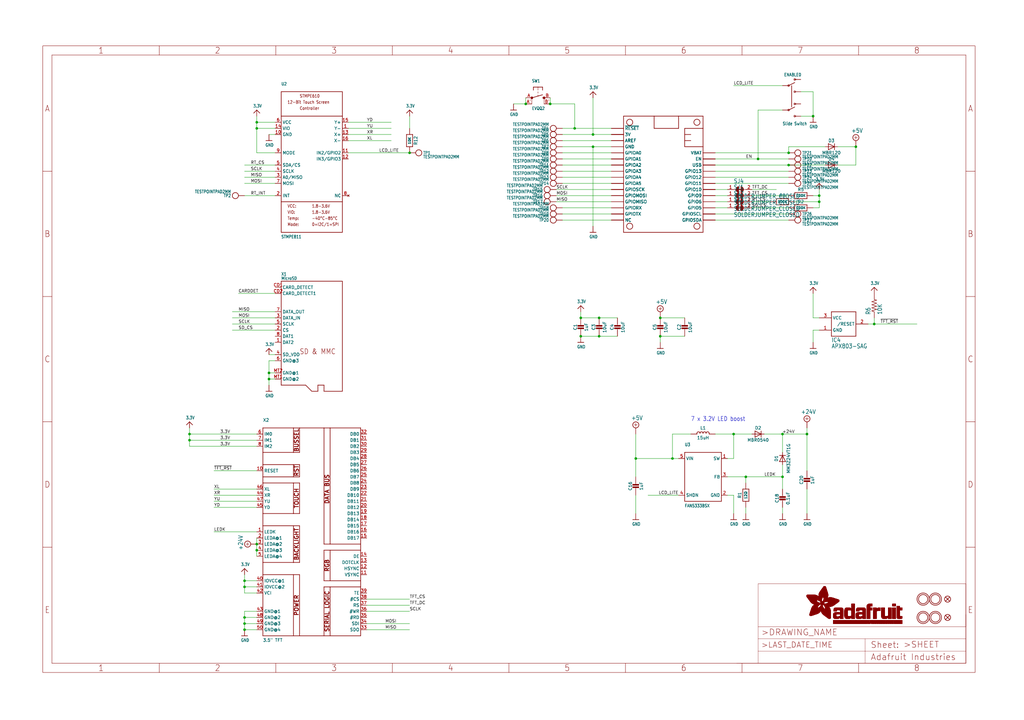
<source format=kicad_sch>
(kicad_sch (version 20211123) (generator eeschema)
  (paper "User" 425.45 299.161)
  (lib_symbols
    (symbol "schematicEagle-eagle-import:+24V" (power)
      (property "Value" "+24V" (at -2.54 3.175 0))
      (symbol "+24V_1_0"
        (pin power_in line (at 0 -2.54 90) (length 2.54) (name "+24V") (number "1"))
      )
    )
    (symbol "schematicEagle-eagle-import:+5V" (power)
      (property "Value" "+5V" (at -1.905 3.175 0))
      (symbol "+5V_1_0"
        (pin power_in line (at 0 -2.54 90) (length 2.54) (name "+5V") (number "1"))
      )
    )
    (symbol "schematicEagle-eagle-import:3.3V" (power)
      (property "Value" "3.3V" (at -1.524 1.016 0))
      (symbol "3.3V_1_0"
        (pin power_in line (at 0 -2.54 90) (length 2.54) (name "3.3V") (number "1"))
      )
    )
    (symbol "schematicEagle-eagle-import:AXP083-SAG"
      (property "Reference" "IC" (at -5.08 -7.62 0))
      (property "Value" "AXP083-SAG" (at -5.08 -10.16 0))
      (symbol "AXP083-SAG_1_0"
        (pin power_in line (at -10.16 -2.54 0) (length 5.08) (name "GND") (number "1"))
        (pin output line (at 10.16 0 180) (length 5.08) (name "/RESET") (number "2"))
        (pin power_in line (at -10.16 2.54 0) (length 5.08) (name "VCC") (number "3"))
      )
    )
    (symbol "schematicEagle-eagle-import:CAP_CERAMIC0805-NOOUTLINE"
      (property "Reference" "C" (at -2.29 1.25 90))
      (property "Value" "CAP_CERAMIC0805-NOOUTLINE" (at 2.3 1.25 90))
      (symbol "CAP_CERAMIC0805-NOOUTLINE_1_0"
        (pin passive line (at 0 5.08 270) (length 2.54) (name "1") (number "1"))
        (pin passive line (at 0 -2.54 90) (length 2.54) (name "2") (number "2"))
      )
    )
    (symbol "schematicEagle-eagle-import:DIODESMA"
      (property "Reference" "D" (at 0 2.54 0))
      (property "Value" "DIODESMA" (at 0 -2.5 0))
      (symbol "DIODESMA_1_0"
        (pin passive line (at -2.54 0 0) (length 2.54) (name "A") (number "A"))
        (pin passive line (at 2.54 0 180) (length 2.54) (name "C") (number "C"))
      )
    )
    (symbol "schematicEagle-eagle-import:DIODESOD-123"
      (property "Reference" "D" (at 0 2.54 0))
      (property "Value" "DIODESOD-123" (at 0 -2.5 0))
      (symbol "DIODESOD-123_1_0"
        (pin passive line (at -2.54 0 0) (length 2.54) (name "A") (number "A"))
        (pin passive line (at 2.54 0 180) (length 2.54) (name "C") (number "C"))
      )
    )
    (symbol "schematicEagle-eagle-import:DISP_LCD_3.5IN_320X480_50PIN"
      (property "Reference" "X" (at -20.32 43.18 0))
      (property "Value" "DISP_LCD_3.5IN_320X480_50PIN" (at -20.32 -48.26 0))
      (symbol "DISP_LCD_3.5IN_320X480_50PIN_1_0"
        (text "BACKLIGHT" (at -6.35 -7.62 900) (effects (font (size 1.6764 1.6764) (thickness 0.3353) bold)))
        (text "BUSSEL" (at -6.35 35.56 900) (effects (font (size 1.6764 1.6764) (thickness 0.3353) bold)))
        (text "DATA BUS" (at 6.35 15.24 900) (effects (font (size 1.6764 1.6764) (thickness 0.3353) bold)))
        (text "POWER" (at -6.35 -33.02 900) (effects (font (size 1.6764 1.6764) (thickness 0.3353) bold)))
        (text "RGB" (at 6.35 -16.51 900) (effects (font (size 1.6764 1.6764) (thickness 0.3353) bold)))
        (text "RST" (at -6.35 22.86 900) (effects (font (size 1.6764 1.6764) (thickness 0.3353) bold)))
        (text "SERIAL LOGIC" (at 6.35 -35.56 900) (effects (font (size 1.6764 1.6764) (thickness 0.3353) bold)))
        (text "TOUCH" (at -6.35 11.43 900) (effects (font (size 1.6764 1.6764) (thickness 0.3353) bold)))
        (pin bidirectional line (at -22.86 -2.54 0) (length 2.54) (name "LEDK") (number "1"))
        (pin bidirectional line (at -22.86 22.86 0) (length 2.54) (name "RESET") (number "10"))
        (pin bidirectional line (at 22.86 -20.32 180) (length 2.54) (name "VSYNC") (number "11"))
        (pin bidirectional line (at 22.86 -17.78 180) (length 2.54) (name "HSYNC") (number "12"))
        (pin bidirectional line (at 22.86 -15.24 180) (length 2.54) (name "DOTCLK") (number "13"))
        (pin bidirectional line (at 22.86 -12.7 180) (length 2.54) (name "DE") (number "14"))
        (pin bidirectional line (at 22.86 -5.08 180) (length 2.54) (name "DB17") (number "15"))
        (pin bidirectional line (at 22.86 -2.54 180) (length 2.54) (name "DB16") (number "16"))
        (pin bidirectional line (at 22.86 0 180) (length 2.54) (name "DB15") (number "17"))
        (pin bidirectional line (at 22.86 2.54 180) (length 2.54) (name "DB14") (number "18"))
        (pin bidirectional line (at 22.86 5.08 180) (length 2.54) (name "DB13") (number "19"))
        (pin bidirectional line (at -22.86 -5.08 0) (length 2.54) (name "LEDA@1") (number "2"))
        (pin bidirectional line (at 22.86 7.62 180) (length 2.54) (name "DB12") (number "20"))
        (pin bidirectional line (at 22.86 10.16 180) (length 2.54) (name "DB11") (number "21"))
        (pin bidirectional line (at 22.86 12.7 180) (length 2.54) (name "DB10") (number "22"))
        (pin bidirectional line (at 22.86 15.24 180) (length 2.54) (name "DB9") (number "23"))
        (pin bidirectional line (at 22.86 17.78 180) (length 2.54) (name "DB8") (number "24"))
        (pin bidirectional line (at 22.86 20.32 180) (length 2.54) (name "DB7") (number "25"))
        (pin bidirectional line (at 22.86 22.86 180) (length 2.54) (name "DB6") (number "26"))
        (pin bidirectional line (at 22.86 25.4 180) (length 2.54) (name "DB5") (number "27"))
        (pin bidirectional line (at 22.86 27.94 180) (length 2.54) (name "DB4") (number "28"))
        (pin bidirectional line (at 22.86 30.48 180) (length 2.54) (name "DB3") (number "29"))
        (pin bidirectional line (at -22.86 -7.62 0) (length 2.54) (name "LEDA@2") (number "3"))
        (pin bidirectional line (at 22.86 33.02 180) (length 2.54) (name "DB2") (number "30"))
        (pin bidirectional line (at 22.86 35.56 180) (length 2.54) (name "DB1") (number "31"))
        (pin bidirectional line (at 22.86 38.1 180) (length 2.54) (name "DB0") (number "32"))
        (pin bidirectional line (at 22.86 -43.18 180) (length 2.54) (name "SDO") (number "33"))
        (pin bidirectional line (at 22.86 -40.64 180) (length 2.54) (name "SDI") (number "34"))
        (pin bidirectional line (at 22.86 -38.1 180) (length 2.54) (name "#RD") (number "35"))
        (pin bidirectional line (at 22.86 -35.56 180) (length 2.54) (name "#WR") (number "36"))
        (pin bidirectional line (at 22.86 -33.02 180) (length 2.54) (name "RS") (number "37"))
        (pin bidirectional line (at 22.86 -30.48 180) (length 2.54) (name "#CS") (number "38"))
        (pin bidirectional line (at 22.86 -27.94 180) (length 2.54) (name "TE") (number "39"))
        (pin bidirectional line (at -22.86 -10.16 0) (length 2.54) (name "LEDA@3") (number "4"))
        (pin bidirectional line (at -22.86 -22.86 0) (length 2.54) (name "IOVCC@1") (number "40"))
        (pin bidirectional line (at -22.86 -25.4 0) (length 2.54) (name "IOVCC@2") (number "41"))
        (pin bidirectional line (at -22.86 -27.94 0) (length 2.54) (name "VCI") (number "42"))
        (pin bidirectional line (at -22.86 -35.56 0) (length 2.54) (name "GND@1") (number "43"))
        (pin bidirectional line (at -22.86 12.7 0) (length 2.54) (name "XR") (number "44"))
        (pin bidirectional line (at -22.86 7.62 0) (length 2.54) (name "YD") (number "45"))
        (pin bidirectional line (at -22.86 15.24 0) (length 2.54) (name "XL") (number "46"))
        (pin bidirectional line (at -22.86 10.16 0) (length 2.54) (name "YU") (number "47"))
        (pin bidirectional line (at -22.86 -38.1 0) (length 2.54) (name "GND@2") (number "48"))
        (pin bidirectional line (at -22.86 -40.64 0) (length 2.54) (name "GND@3") (number "49"))
        (pin bidirectional line (at -22.86 -12.7 0) (length 2.54) (name "LEDA@4") (number "5"))
        (pin bidirectional line (at -22.86 -43.18 0) (length 2.54) (name "GND@4") (number "50"))
        (pin bidirectional line (at -22.86 38.1 0) (length 2.54) (name "IM0") (number "6"))
        (pin bidirectional line (at -22.86 35.56 0) (length 2.54) (name "IM1") (number "7"))
        (pin bidirectional line (at -22.86 33.02 0) (length 2.54) (name "IM2") (number "8"))
      )
    )
    (symbol "schematicEagle-eagle-import:FAN5331"
      (property "Reference" "U" (at -7.62 12.7 0))
      (property "Value" "FAN5331" (at -7.62 -12.7 0))
      (symbol "FAN5331_1_0"
        (pin bidirectional line (at 10.16 7.62 180) (length 2.54) (name "SW") (number "1"))
        (pin bidirectional line (at 10.16 -7.62 180) (length 2.54) (name "GND") (number "2"))
        (pin bidirectional line (at 10.16 0 180) (length 2.54) (name "FB") (number "3"))
        (pin bidirectional line (at -10.16 -7.62 0) (length 2.54) (name "SHDN") (number "4"))
        (pin bidirectional line (at -10.16 7.62 0) (length 2.54) (name "VIN") (number "5"))
      )
    )
    (symbol "schematicEagle-eagle-import:FEATHERWING_SMTDUAL"
      (symbol "FEATHERWING_SMTDUAL_1_0"
        (pin input line (at 5.08 -5.08 90) (length 5.08) (name "~{RESET}") (number "1"))
        (pin input line (at 5.08 -5.08 90) (length 5.08) (name "~{RESET}") (number "1'"))
        (pin bidirectional line (at 27.94 -5.08 90) (length 5.08) (name "GPIOA5") (number "10"))
        (pin bidirectional line (at 27.94 -5.08 90) (length 5.08) (name "GPIOA5") (number "10'"))
        (pin bidirectional line (at 30.48 -5.08 90) (length 5.08) (name "GPIOSCK") (number "11"))
        (pin bidirectional line (at 30.48 -5.08 90) (length 5.08) (name "GPIOSCK") (number "11'"))
        (pin bidirectional line (at 33.02 -5.08 90) (length 5.08) (name "GPIOMOSI") (number "12"))
        (pin bidirectional line (at 33.02 -5.08 90) (length 5.08) (name "GPIOMOSI") (number "12'"))
        (pin bidirectional line (at 35.56 -5.08 90) (length 5.08) (name "GPIOMISO") (number "13"))
        (pin bidirectional line (at 35.56 -5.08 90) (length 5.08) (name "GPIOMISO") (number "13'"))
        (pin bidirectional line (at 38.1 -5.08 90) (length 5.08) (name "GPIORX") (number "14"))
        (pin bidirectional line (at 38.1 -5.08 90) (length 5.08) (name "GPIORX") (number "14'"))
        (pin bidirectional line (at 40.64 -5.08 90) (length 5.08) (name "GPIOTX") (number "15"))
        (pin bidirectional line (at 40.64 -5.08 90) (length 5.08) (name "GPIOTX") (number "15'"))
        (pin passive line (at 43.18 -5.08 90) (length 5.08) (name "NC") (number "16"))
        (pin passive line (at 43.18 -5.08 90) (length 5.08) (name "NC") (number "16'"))
        (pin bidirectional line (at 43.18 38.1 270) (length 5.08) (name "GPIOSDA") (number "17"))
        (pin bidirectional line (at 43.18 38.1 270) (length 5.08) (name "GPIOSDA") (number "17'"))
        (pin bidirectional line (at 40.64 38.1 270) (length 5.08) (name "GPIOSCL") (number "18"))
        (pin bidirectional line (at 40.64 38.1 270) (length 5.08) (name "GPIOSCL") (number "18'"))
        (pin bidirectional line (at 38.1 38.1 270) (length 5.08) (name "GPIO5") (number "19"))
        (pin bidirectional line (at 38.1 38.1 270) (length 5.08) (name "GPIO5") (number "19'"))
        (pin power_in line (at 7.62 -5.08 90) (length 5.08) (name "3V") (number "2"))
        (pin power_in line (at 7.62 -5.08 90) (length 5.08) (name "3V") (number "2'"))
        (pin bidirectional line (at 35.56 38.1 270) (length 5.08) (name "GPIO6") (number "20"))
        (pin bidirectional line (at 35.56 38.1 270) (length 5.08) (name "GPIO6") (number "20'"))
        (pin bidirectional line (at 33.02 38.1 270) (length 5.08) (name "GPIO9") (number "21"))
        (pin bidirectional line (at 33.02 38.1 270) (length 5.08) (name "GPIO9") (number "21'"))
        (pin bidirectional line (at 30.48 38.1 270) (length 5.08) (name "GPIO10") (number "22"))
        (pin bidirectional line (at 30.48 38.1 270) (length 5.08) (name "GPIO10") (number "22'"))
        (pin bidirectional line (at 27.94 38.1 270) (length 5.08) (name "GPIO11") (number "23"))
        (pin bidirectional line (at 27.94 38.1 270) (length 5.08) (name "GPIO11") (number "23'"))
        (pin bidirectional line (at 25.4 38.1 270) (length 5.08) (name "GPIO12") (number "24"))
        (pin bidirectional line (at 25.4 38.1 270) (length 5.08) (name "GPIO12") (number "24'"))
        (pin bidirectional line (at 22.86 38.1 270) (length 5.08) (name "GPIO13") (number "25"))
        (pin bidirectional line (at 22.86 38.1 270) (length 5.08) (name "GPIO13") (number "25'"))
        (pin power_in line (at 20.32 38.1 270) (length 5.08) (name "USB") (number "26"))
        (pin power_in line (at 20.32 38.1 270) (length 5.08) (name "USB") (number "26'"))
        (pin passive line (at 17.78 38.1 270) (length 5.08) (name "EN") (number "27"))
        (pin passive line (at 17.78 38.1 270) (length 5.08) (name "EN") (number "27'"))
        (pin power_in line (at 15.24 38.1 270) (length 5.08) (name "VBAT") (number "28"))
        (pin power_in line (at 15.24 38.1 270) (length 5.08) (name "VBAT") (number "28'"))
        (pin passive line (at 10.16 -5.08 90) (length 5.08) (name "AREF") (number "3"))
        (pin passive line (at 10.16 -5.08 90) (length 5.08) (name "AREF") (number "3'"))
        (pin power_in line (at 12.7 -5.08 90) (length 5.08) (name "GND") (number "4"))
        (pin power_in line (at 12.7 -5.08 90) (length 5.08) (name "GND") (number "4'"))
        (pin bidirectional line (at 15.24 -5.08 90) (length 5.08) (name "GPIOA0") (number "5"))
        (pin bidirectional line (at 15.24 -5.08 90) (length 5.08) (name "GPIOA0") (number "5'"))
        (pin bidirectional line (at 17.78 -5.08 90) (length 5.08) (name "GPIOA1") (number "6"))
        (pin bidirectional line (at 17.78 -5.08 90) (length 5.08) (name "GPIOA1") (number "6'"))
        (pin bidirectional line (at 20.32 -5.08 90) (length 5.08) (name "GPIOA2") (number "7"))
        (pin bidirectional line (at 20.32 -5.08 90) (length 5.08) (name "GPIOA2") (number "7'"))
        (pin bidirectional line (at 22.86 -5.08 90) (length 5.08) (name "GPIOA3") (number "8"))
        (pin bidirectional line (at 22.86 -5.08 90) (length 5.08) (name "GPIOA3") (number "8'"))
        (pin bidirectional line (at 25.4 -5.08 90) (length 5.08) (name "GPIOA4") (number "9"))
        (pin bidirectional line (at 25.4 -5.08 90) (length 5.08) (name "GPIOA4") (number "9'"))
      )
    )
    (symbol "schematicEagle-eagle-import:FIDUCIAL_1MM")
    (symbol "schematicEagle-eagle-import:FRAME_A3_ADAFRUIT"
      (symbol "FRAME_A3_ADAFRUIT_0_0"
        (text "1" (at 24.2094 1.905 0) (effects (font (size 2.54 2.286))))
        (text "1" (at 24.2094 258.445 0) (effects (font (size 2.54 2.286))))
        (text "2" (at 72.6281 1.905 0) (effects (font (size 2.54 2.286))))
        (text "2" (at 72.6281 258.445 0) (effects (font (size 2.54 2.286))))
        (text "3" (at 121.0469 1.905 0) (effects (font (size 2.54 2.286))))
        (text "3" (at 121.0469 258.445 0) (effects (font (size 2.54 2.286))))
        (text "4" (at 169.4656 1.905 0) (effects (font (size 2.54 2.286))))
        (text "4" (at 169.4656 258.445 0) (effects (font (size 2.54 2.286))))
        (text "5" (at 217.8844 1.905 0) (effects (font (size 2.54 2.286))))
        (text "5" (at 217.8844 258.445 0) (effects (font (size 2.54 2.286))))
        (text "6" (at 266.3031 1.905 0) (effects (font (size 2.54 2.286))))
        (text "6" (at 266.3031 258.445 0) (effects (font (size 2.54 2.286))))
        (text "7" (at 314.7219 1.905 0) (effects (font (size 2.54 2.286))))
        (text "7" (at 314.7219 258.445 0) (effects (font (size 2.54 2.286))))
        (text "8" (at 363.1406 1.905 0) (effects (font (size 2.54 2.286))))
        (text "8" (at 363.1406 258.445 0) (effects (font (size 2.54 2.286))))
        (text "A" (at 1.905 234.315 0) (effects (font (size 2.54 2.286))))
        (text "A" (at 385.445 234.315 0) (effects (font (size 2.54 2.286))))
        (text "B" (at 1.905 182.245 0) (effects (font (size 2.54 2.286))))
        (text "B" (at 385.445 182.245 0) (effects (font (size 2.54 2.286))))
        (text "C" (at 1.905 130.175 0) (effects (font (size 2.54 2.286))))
        (text "C" (at 385.445 130.175 0) (effects (font (size 2.54 2.286))))
        (text "D" (at 1.905 78.105 0) (effects (font (size 2.54 2.286))))
        (text "D" (at 385.445 78.105 0) (effects (font (size 2.54 2.286))))
        (text "E" (at 1.905 26.035 0) (effects (font (size 2.54 2.286))))
        (text "E" (at 385.445 26.035 0) (effects (font (size 2.54 2.286))))
      )
      (symbol "FRAME_A3_ADAFRUIT_1_0"
        (text ">DRAWING_NAME" (at 298.45 15.24 0) (effects (font (size 2.54 2.54)) (justify left bottom)))
        (text ">LAST_DATE_TIME" (at 298.45 10.16 0) (effects (font (size 2.286 2.286)) (justify left bottom)))
        (text ">SHEET" (at 357.505 10.16 0) (effects (font (size 2.54 2.54)) (justify left bottom)))
        (text "Adafruit Industries" (at 343.916 4.953 0) (effects (font (size 2.54 2.54)) (justify left bottom)))
        (text "Sheet:" (at 343.916 10.033 0) (effects (font (size 2.54 2.54)) (justify left bottom)))
      )
    )
    (symbol "schematicEagle-eagle-import:GND" (power)
      (property "Value" "GND" (at -1.524 -2.54 0))
      (symbol "GND_1_0"
        (pin power_in line (at 0 2.54 270) (length 2.54) (name "GND") (number "1"))
      )
    )
    (symbol "schematicEagle-eagle-import:INDUCTORNR5040"
      (property "Reference" "L" (at 0 2.54 0))
      (property "Value" "INDUCTORNR5040" (at 0 -1.54 0))
      (symbol "INDUCTORNR5040_1_0"
        (pin passive line (at -5.08 0 0) (length 2.54) (name "1") (number "P$1"))
        (pin passive line (at 5.08 0 180) (length 2.54) (name "2") (number "P$2"))
      )
    )
    (symbol "schematicEagle-eagle-import:MICROSD"
      (property "Reference" "X" (at -12.7 22.606 0))
      (property "Value" "MICROSD" (at -12.7 20.828 0))
      (symbol "MICROSD_1_0"
        (text "SD & MMC" (at -5.08 -10.16 0) (effects (font (size 2.1844 1.8567)) (justify left bottom)))
        (pin bidirectional line (at -15.24 -5.08 0) (length 2.54) (name "DAT2") (number "1"))
        (pin input line (at -15.24 0 0) (length 2.54) (name "CS") (number "2"))
        (pin input line (at -15.24 5.08 0) (length 2.54) (name "DATA_IN") (number "3"))
        (pin power_in line (at -15.24 -10.16 0) (length 2.54) (name "SD_VDD") (number "4"))
        (pin input line (at -15.24 2.54 0) (length 2.54) (name "SCLK") (number "5"))
        (pin power_in line (at -15.24 -12.7 0) (length 2.54) (name "GND@3") (number "6"))
        (pin output line (at -15.24 7.62 0) (length 2.54) (name "DATA_OUT") (number "7"))
        (pin bidirectional line (at -15.24 -2.54 0) (length 2.54) (name "DAT1") (number "8"))
        (pin passive line (at -15.24 17.78 0) (length 2.54) (name "CARD_DETECT") (number "CD1"))
        (pin passive line (at -15.24 15.24 0) (length 2.54) (name "CARD_DETECT1") (number "CD2"))
        (pin power_in line (at -15.24 -20.32 0) (length 2.54) (name "GND@2") (number "MT1"))
        (pin power_in line (at -15.24 -17.78 0) (length 2.54) (name "GND@1") (number "MT2"))
      )
    )
    (symbol "schematicEagle-eagle-import:MOUNTINGHOLE3.0THIN")
    (symbol "schematicEagle-eagle-import:R-US_R0805"
      (property "Reference" "R" (at -3.81 1.4986 0))
      (property "Value" "R-US_R0805" (at -3.81 -3.302 0))
      (symbol "R-US_R0805_1_0"
        (pin passive line (at -5.08 0 0) (length 2.54) (name "1") (number "1"))
        (pin passive line (at 5.08 0 180) (length 2.54) (name "2") (number "2"))
      )
    )
    (symbol "schematicEagle-eagle-import:RESISTOR0805_NOOUTLINE"
      (property "Reference" "R" (at 0 2.54 0))
      (property "Value" "RESISTOR0805_NOOUTLINE" (at 0 0 0))
      (symbol "RESISTOR0805_NOOUTLINE_1_0"
        (pin passive line (at -5.08 0 0) (length 2.54) (name "1") (number "1"))
        (pin passive line (at 5.08 0 180) (length 2.54) (name "2") (number "2"))
      )
    )
    (symbol "schematicEagle-eagle-import:SOLDERJUMPER_CLOSED"
      (property "Reference" "SJ" (at -2.54 2.54 0))
      (property "Value" "SOLDERJUMPER_CLOSED" (at -2.54 -3.81 0))
      (symbol "SOLDERJUMPER_CLOSED_1_0"
        (pin passive line (at -5.08 0 0) (length 2.54) (name "1") (number "1"))
        (pin passive line (at 5.08 0 180) (length 2.54) (name "2") (number "2"))
      )
    )
    (symbol "schematicEagle-eagle-import:STMPE610"
      (property "Reference" "U" (at -12.7 33.02 0))
      (property "Value" "STMPE610" (at -12.7 -30.48 0))
      (symbol "STMPE610_1_0"
        (text "-40°C-85°C" (at 0 -22.86 0) (effects (font (size 1.27 1.0795)) (justify left bottom)))
        (text "0=I2C/1=SPI" (at 0 -25.4 0) (effects (font (size 1.27 1.0795)) (justify left bottom)))
        (text "1.8-3.6V" (at 0 -20.32 0) (effects (font (size 1.27 1.0795)) (justify left bottom)))
        (text "1.8-3.6V" (at 0 -17.78 0) (effects (font (size 1.27 1.0795)) (justify left bottom)))
        (text "12-Bit Touch Screen" (at -10.16 25.4 0) (effects (font (size 1.27 1.0795)) (justify left bottom)))
        (text "Controller" (at -5.08 22.86 0) (effects (font (size 1.27 1.0795)) (justify left bottom)))
        (text "Mode:" (at -10.16 -25.4 0) (effects (font (size 1.27 1.0795)) (justify left bottom)))
        (text "STMPE610" (at -5.08 27.94 0) (effects (font (size 1.27 1.0795)) (justify left bottom)))
        (text "Temp:" (at -10.16 -22.86 0) (effects (font (size 1.27 1.0795)) (justify left bottom)))
        (text "VCC:" (at -10.16 -17.78 0) (effects (font (size 1.27 1.0795)) (justify left bottom)))
        (text "VIO:" (at -10.16 -20.32 0) (effects (font (size 1.27 1.0795)) (justify left bottom)))
        (pin input line (at 15.24 15.24 180) (length 2.54) (name "Y-") (number "1"))
        (pin power_in line (at -15.24 12.7 0) (length 2.54) (name "GND") (number "10"))
        (pin bidirectional line (at 15.24 5.08 180) (length 2.54) (name "IN2/GPIO2") (number "11"))
        (pin bidirectional line (at 15.24 2.54 180) (length 2.54) (name "IN3/GPIO3") (number "12"))
        (pin input line (at 15.24 12.7 180) (length 2.54) (name "X+") (number "13"))
        (pin power_in line (at -15.24 15.24 0) (length 2.54) (name "VIO") (number "14"))
        (pin input line (at 15.24 17.78 180) (length 2.54) (name "Y+") (number "15"))
        (pin input line (at 15.24 10.16 180) (length 2.54) (name "X-") (number "16"))
        (pin output line (at -15.24 -12.7 0) (length 2.54) (name "INT") (number "2"))
        (pin bidirectional line (at -15.24 -5.08 0) (length 2.54) (name "A0/MISO") (number "3"))
        (pin bidirectional line (at -15.24 -2.54 0) (length 2.54) (name "SCLK") (number "4"))
        (pin bidirectional line (at -15.24 0 0) (length 2.54) (name "SDA/CS") (number "5"))
        (pin power_in line (at -15.24 17.78 0) (length 2.54) (name "VCC") (number "6"))
        (pin input line (at -15.24 -7.62 0) (length 2.54) (name "MOSI") (number "7"))
        (pin no_connect line (at 15.24 -12.7 180) (length 2.54) (name "NC") (number "8"))
        (pin input line (at -15.24 5.08 0) (length 2.54) (name "MODE") (number "9"))
      )
    )
    (symbol "schematicEagle-eagle-import:SWITCH_DPDTEG1390"
      (property "Reference" "SW" (at -4.445 8.89 0))
      (property "Value" "SWITCH_DPDTEG1390" (at -5.08 -11.43 0))
      (symbol "SWITCH_DPDTEG1390_1_0"
        (pin passive line (at 2.54 7.62 180) (length 2.54) (name "O1") (number "O1"))
        (pin passive line (at 2.54 -2.54 180) (length 2.54) (name "O2") (number "O2"))
        (pin passive line (at -5.08 5.08 0) (length 2.54) (name "P1") (number "P1"))
        (pin passive line (at -5.08 -5.08 0) (length 2.54) (name "P2") (number "P2"))
        (pin passive line (at 2.54 2.54 180) (length 2.54) (name "S1") (number "S1"))
        (pin passive line (at 2.54 -7.62 180) (length 2.54) (name "S2") (number "S2"))
      )
    )
    (symbol "schematicEagle-eagle-import:SWITCH_TACT_SMT_EVQQ2_SMALL"
      (property "Reference" "SW" (at -2.54 6.35 0))
      (property "Value" "SWITCH_TACT_SMT_EVQQ2_SMALL" (at -2.54 -5.08 0))
      (symbol "SWITCH_TACT_SMT_EVQQ2_SMALL_1_0"
        (pin passive line (at -5.08 0 0) (length 2.54) (name "P") (number "A"))
        (pin passive line (at -5.08 -2.54 0) (length 2.54) (name "P1") (number "A'"))
        (pin passive line (at 5.08 0 180) (length 2.54) (name "S") (number "B"))
        (pin passive line (at 5.08 -2.54 180) (length 2.54) (name "S1") (number "B'"))
      )
    )
    (symbol "schematicEagle-eagle-import:TESTPOINTPAD2MM"
      (property "Reference" "TP" (at 0 5.588 90))
      (property "Value" "TESTPOINTPAD2MM" (at 1.651 5.588 90))
      (symbol "TESTPOINTPAD2MM_1_0"
        (pin bidirectional line (at 0 0 90) (length 2.54) (name "P$1") (number "P$1"))
      )
    )
  )
  (junction (at 111.76 157.48))
  (junction (at 101.6 243.84))
  (junction (at 248.92 139.7))
  (junction (at 246.38 60.96))
  (junction (at 228.6 43.18))
  (junction (at 238.76 53.34))
  (junction (at 340.36 81.28))
  (junction (at 279.4 190.5))
  (junction (at 314.96 66.04))
  (junction (at 363.22 134.62))
  (junction (at 241.3 139.7))
  (junction (at 335.28 180.34))
  (junction (at 304.8 180.34))
  (junction (at 101.6 241.3))
  (junction (at 264.16 190.5))
  (junction (at 218.44 43.18))
  (junction (at 170.18 63.5))
  (junction (at 325.12 198.12))
  (junction (at 106.68 226.06))
  (junction (at 325.12 180.34))
  (junction (at 106.68 50.8))
  (junction (at 78.74 180.34))
  (junction (at 101.6 256.54))
  (junction (at 274.32 139.7))
  (junction (at 101.6 261.62))
  (junction (at 241.3 132.08))
  (junction (at 337.82 48.26))
  (junction (at 246.38 55.88))
  (junction (at 248.92 132.08))
  (junction (at 327.66 68.58))
  (junction (at 340.36 83.82))
  (junction (at 78.74 182.88))
  (junction (at 355.6 60.96))
  (junction (at 309.88 198.12))
  (junction (at 106.68 53.34))
  (junction (at 327.66 63.5))
  (junction (at 111.76 154.94))
  (junction (at 274.32 132.08))
  (junction (at 106.68 228.6))
  (junction (at 101.6 259.08))
  (wire (pts (xy 325.12 198.12) (xy 325.12 203.2)))
  (wire (pts (xy 327.66 73.66) (xy 297.18 73.66)))
  (wire (pts (xy 246.38 60.96) (xy 233.68 60.96)))
  (wire (pts (xy 233.68 58.42) (xy 254 58.42)))
  (wire (pts (xy 297.18 180.34) (xy 304.8 180.34)))
  (wire (pts (xy 218.44 40.64) (xy 218.44 43.18)))
  (wire (pts (xy 337.82 142.24) (xy 337.82 137.16)))
  (wire (pts (xy 304.8 205.74) (xy 304.8 213.36)))
  (wire (pts (xy 347.98 68.58) (xy 355.6 68.58)))
  (wire (pts (xy 327.66 60.96) (xy 342.9 60.96)))
  (wire (pts (xy 101.6 71.12) (xy 114.3 71.12)))
  (wire (pts (xy 233.68 91.44) (xy 254 91.44)))
  (wire (pts (xy 106.68 246.38) (xy 101.6 246.38)))
  (wire (pts (xy 246.38 40.64) (xy 246.38 55.88)))
  (wire (pts (xy 325.12 35.56) (xy 304.8 35.56)))
  (wire (pts (xy 106.68 203.2) (xy 88.9 203.2)))
  (wire (pts (xy 233.68 68.58) (xy 254 68.58)))
  (wire (pts (xy 281.94 205.74) (xy 269.24 205.74)))
  (wire (pts (xy 106.68 208.28) (xy 88.9 208.28)))
  (wire (pts (xy 114.3 147.32) (xy 111.76 147.32)))
  (wire (pts (xy 106.68 223.52) (xy 106.68 226.06)))
  (wire (pts (xy 106.68 256.54) (xy 101.6 256.54)))
  (wire (pts (xy 340.36 83.82) (xy 340.36 81.28)))
  (wire (pts (xy 302.26 86.36) (xy 297.18 86.36)))
  (wire (pts (xy 106.68 226.06) (xy 106.68 228.6)))
  (wire (pts (xy 246.38 60.96) (xy 254 60.96)))
  (wire (pts (xy 254 78.74) (xy 231.14 78.74)))
  (wire (pts (xy 106.68 220.98) (xy 88.9 220.98)))
  (wire (pts (xy 233.68 86.36) (xy 254 86.36)))
  (wire (pts (xy 327.66 71.12) (xy 297.18 71.12)))
  (wire (pts (xy 304.8 180.34) (xy 304.8 190.5)))
  (wire (pts (xy 241.3 129.54) (xy 241.3 132.08)))
  (wire (pts (xy 325.12 187.96) (xy 325.12 180.34)))
  (wire (pts (xy 241.3 139.7) (xy 248.92 139.7)))
  (wire (pts (xy 327.66 76.2) (xy 297.18 76.2)))
  (wire (pts (xy 106.68 254) (xy 101.6 254)))
  (wire (pts (xy 101.6 246.38) (xy 101.6 243.84)))
  (wire (pts (xy 335.28 203.2) (xy 335.28 213.36)))
  (wire (pts (xy 312.42 78.74) (xy 322.58 78.74)))
  (wire (pts (xy 101.6 256.54) (xy 101.6 259.08)))
  (wire (pts (xy 327.66 68.58) (xy 342.9 68.58)))
  (wire (pts (xy 114.3 53.34) (xy 106.68 53.34)))
  (wire (pts (xy 144.78 63.5) (xy 170.18 63.5)))
  (wire (pts (xy 355.6 68.58) (xy 355.6 60.96)))
  (wire (pts (xy 340.36 86.36) (xy 337.82 86.36)))
  (wire (pts (xy 264.16 190.5) (xy 264.16 198.12)))
  (wire (pts (xy 309.88 200.66) (xy 309.88 198.12)))
  (wire (pts (xy 355.6 60.96) (xy 347.98 60.96)))
  (wire (pts (xy 363.22 134.62) (xy 381 134.62)))
  (wire (pts (xy 246.38 93.98) (xy 246.38 60.96)))
  (wire (pts (xy 248.92 132.08) (xy 256.54 132.08)))
  (wire (pts (xy 106.68 210.82) (xy 88.9 210.82)))
  (wire (pts (xy 101.6 254) (xy 101.6 256.54)))
  (wire (pts (xy 337.82 137.16) (xy 340.36 137.16)))
  (wire (pts (xy 111.76 157.48) (xy 111.76 154.94)))
  (wire (pts (xy 233.68 73.66) (xy 254 73.66)))
  (wire (pts (xy 327.66 63.5) (xy 327.66 60.96)))
  (wire (pts (xy 302.26 78.74) (xy 297.18 78.74)))
  (wire (pts (xy 314.96 66.04) (xy 297.18 66.04)))
  (wire (pts (xy 228.6 43.18) (xy 228.6 40.64)))
  (wire (pts (xy 106.68 48.26) (xy 106.68 50.8)))
  (wire (pts (xy 114.3 134.62) (xy 96.52 134.62)))
  (wire (pts (xy 233.68 66.04) (xy 254 66.04)))
  (wire (pts (xy 106.68 185.42) (xy 78.74 185.42)))
  (wire (pts (xy 302.26 81.28) (xy 297.18 81.28)))
  (wire (pts (xy 114.3 121.92) (xy 99.06 121.92)))
  (wire (pts (xy 114.3 149.86) (xy 111.76 149.86)))
  (wire (pts (xy 101.6 68.58) (xy 114.3 68.58)))
  (wire (pts (xy 279.4 190.5) (xy 279.4 180.34)))
  (wire (pts (xy 101.6 259.08) (xy 101.6 261.62)))
  (wire (pts (xy 152.4 254) (xy 170.18 254)))
  (wire (pts (xy 312.42 83.82) (xy 320.04 83.82)))
  (wire (pts (xy 233.68 76.2) (xy 254 76.2)))
  (wire (pts (xy 309.88 213.36) (xy 309.88 210.82)))
  (wire (pts (xy 279.4 190.5) (xy 264.16 190.5)))
  (wire (pts (xy 106.68 63.5) (xy 106.68 53.34)))
  (wire (pts (xy 314.96 45.72) (xy 325.12 45.72)))
  (wire (pts (xy 101.6 259.08) (xy 106.68 259.08)))
  (wire (pts (xy 332.74 38.1) (xy 337.82 38.1)))
  (wire (pts (xy 327.66 88.9) (xy 297.18 88.9)))
  (wire (pts (xy 363.22 132.08) (xy 363.22 134.62)))
  (wire (pts (xy 248.92 132.08) (xy 241.3 132.08)))
  (wire (pts (xy 327.66 86.36) (xy 312.42 86.36)))
  (wire (pts (xy 340.36 78.74) (xy 340.36 81.28)))
  (wire (pts (xy 114.3 81.28) (xy 101.6 81.28)))
  (wire (pts (xy 325.12 213.36) (xy 325.12 210.82)))
  (wire (pts (xy 325.12 193.04) (xy 325.12 198.12)))
  (wire (pts (xy 327.66 81.28) (xy 312.42 81.28)))
  (wire (pts (xy 144.78 58.42) (xy 162.56 58.42)))
  (wire (pts (xy 144.78 55.88) (xy 162.56 55.88)))
  (wire (pts (xy 340.36 81.28) (xy 337.82 81.28)))
  (wire (pts (xy 327.66 68.58) (xy 297.18 68.58)))
  (wire (pts (xy 228.6 43.18) (xy 238.76 43.18)))
  (wire (pts (xy 335.28 177.8) (xy 335.28 180.34)))
  (wire (pts (xy 170.18 53.34) (xy 170.18 48.26)))
  (wire (pts (xy 264.16 190.5) (xy 264.16 180.34)))
  (wire (pts (xy 332.74 48.26) (xy 337.82 48.26)))
  (wire (pts (xy 281.94 190.5) (xy 279.4 190.5)))
  (wire (pts (xy 302.26 83.82) (xy 297.18 83.82)))
  (wire (pts (xy 144.78 50.8) (xy 162.56 50.8)))
  (wire (pts (xy 302.26 205.74) (xy 304.8 205.74)))
  (wire (pts (xy 317.5 180.34) (xy 325.12 180.34)))
  (wire (pts (xy 111.76 157.48) (xy 111.76 160.02)))
  (wire (pts (xy 152.4 248.92) (xy 170.18 248.92)))
  (wire (pts (xy 327.66 91.44) (xy 297.18 91.44)))
  (wire (pts (xy 238.76 43.18) (xy 238.76 53.34)))
  (wire (pts (xy 233.68 63.5) (xy 254 63.5)))
  (wire (pts (xy 101.6 243.84) (xy 106.68 243.84)))
  (wire (pts (xy 96.52 129.54) (xy 114.3 129.54)))
  (wire (pts (xy 78.74 180.34) (xy 78.74 177.8)))
  (wire (pts (xy 279.4 180.34) (xy 287.02 180.34)))
  (wire (pts (xy 337.82 38.1) (xy 337.82 48.26)))
  (wire (pts (xy 101.6 241.3) (xy 101.6 243.84)))
  (wire (pts (xy 264.16 205.74) (xy 264.16 213.36)))
  (wire (pts (xy 274.32 132.08) (xy 284.48 132.08)))
  (wire (pts (xy 340.36 83.82) (xy 330.2 83.82)))
  (wire (pts (xy 335.28 195.58) (xy 335.28 180.34)))
  (wire (pts (xy 231.14 81.28) (xy 254 81.28)))
  (wire (pts (xy 325.12 180.34) (xy 335.28 180.34)))
  (wire (pts (xy 233.68 71.12) (xy 254 71.12)))
  (wire (pts (xy 106.68 241.3) (xy 101.6 241.3)))
  (wire (pts (xy 218.44 43.18) (xy 213.36 43.18)))
  (wire (pts (xy 304.8 180.34) (xy 312.42 180.34)))
  (wire (pts (xy 327.66 66.04) (xy 314.96 66.04)))
  (wire (pts (xy 309.88 198.12) (xy 325.12 198.12)))
  (wire (pts (xy 152.4 261.62) (xy 170.18 261.62)))
  (wire (pts (xy 114.3 132.08) (xy 96.52 132.08)))
  (wire (pts (xy 88.9 195.58) (xy 106.68 195.58)))
  (wire (pts (xy 238.76 53.34) (xy 254 53.34)))
  (wire (pts (xy 152.4 251.46) (xy 170.18 251.46)))
  (wire (pts (xy 314.96 66.04) (xy 314.96 45.72)))
  (wire (pts (xy 360.68 134.62) (xy 363.22 134.62)))
  (wire (pts (xy 144.78 53.34) (xy 162.56 53.34)))
  (wire (pts (xy 254 83.82) (xy 231.14 83.82)))
  (wire (pts (xy 111.76 154.94) (xy 114.3 154.94)))
  (wire (pts (xy 152.4 259.08) (xy 170.18 259.08)))
  (wire (pts (xy 327.66 63.5) (xy 297.18 63.5)))
  (wire (pts (xy 337.82 132.08) (xy 337.82 121.92)))
  (wire (pts (xy 114.3 76.2) (xy 101.6 76.2)))
  (wire (pts (xy 101.6 261.62) (xy 106.68 261.62)))
  (wire (pts (xy 256.54 139.7) (xy 248.92 139.7)))
  (wire (pts (xy 111.76 149.86) (xy 111.76 154.94)))
  (wire (pts (xy 233.68 88.9) (xy 254 88.9)))
  (wire (pts (xy 106.68 228.6) (xy 106.68 231.14)))
  (wire (pts (xy 302.26 198.12) (xy 309.88 198.12)))
  (wire (pts (xy 106.68 50.8) (xy 106.68 53.34)))
  (wire (pts (xy 101.6 238.76) (xy 101.6 241.3)))
  (wire (pts (xy 246.38 55.88) (xy 254 55.88)))
  (wire (pts (xy 106.68 50.8) (xy 114.3 50.8)))
  (wire (pts (xy 111.76 55.88) (xy 114.3 55.88)))
  (wire (pts (xy 340.36 132.08) (xy 337.82 132.08)))
  (wire (pts (xy 114.3 157.48) (xy 111.76 157.48)))
  (wire (pts (xy 101.6 73.66) (xy 114.3 73.66)))
  (wire (pts (xy 78.74 182.88) (xy 106.68 182.88)))
  (wire (pts (xy 304.8 190.5) (xy 302.26 190.5)))
  (wire (pts (xy 233.68 53.34) (xy 238.76 53.34)))
  (wire (pts (xy 274.32 139.7) (xy 284.48 139.7)))
  (wire (pts (xy 78.74 182.88) (xy 78.74 180.34)))
  (wire (pts (xy 106.68 180.34) (xy 78.74 180.34)))
  (wire (pts (xy 340.36 86.36) (xy 340.36 83.82)))
  (wire (pts (xy 78.74 185.42) (xy 78.74 182.88)))
  (wire (pts (xy 114.3 63.5) (xy 106.68 63.5)))
  (wire (pts (xy 106.68 205.74) (xy 88.9 205.74)))
  (wire (pts (xy 96.52 137.16) (xy 114.3 137.16)))
  (wire (pts (xy 246.38 55.88) (xy 233.68 55.88)))
  (wire (pts (xy 274.32 142.24) (xy 274.32 139.7)))
  (text "7 x 3.2V LED boost" (at 287.02 175.26 180) (effects (font (size 1.778 1.5113)) (justify left bottom)))
  (label "SCLK" (at 170.18 254 0) (effects (font (size 1.2446 1.2446))))
  (label "YD" (at 152.4 50.8 0) (effects (font (size 1.2446 1.2446))))
  (label "MISO" (at 160.02 261.62 0) (effects (font (size 1.2446 1.2446))))
  (label "YU" (at 88.9 208.28 0) (effects (font (size 1.2446 1.2446))))
  (label "3.3V" (at 91.44 185.42 0) (effects (font (size 1.2446 1.2446))))
  (label "SCLK" (at 99.06 134.62 0) (effects (font (size 1.2446 1.2446))))
  (label "SCLK" (at 231.14 78.74 0) (effects (font (size 1.2446 1.2446))))
  (label "LEDK" (at 317.5 198.12 0) (effects (font (size 1.2446 1.2446))))
  (label "SD_CS" (at 99.06 137.16 0) (effects (font (size 1.2446 1.2446))))
  (label "~{TFT_RST}" (at 88.9 195.58 0) (effects (font (size 1.2446 1.2446))))
  (label "MISO" (at 231.14 83.82 0) (effects (font (size 1.2446 1.2446))))
  (label "LCD_LITE" (at 281.94 205.74 180) (effects (font (size 1.2446 1.2446))))
  (label "LCD_LITE" (at 157.48 63.5 0) (effects (font (size 1.2446 1.2446))))
  (label "SD_CS" (at 312.42 86.36 0) (effects (font (size 1.2446 1.2446))))
  (label "SCLK" (at 104.14 71.12 0) (effects (font (size 1.2446 1.2446))))
  (label "RT_CS" (at 312.42 83.82 0) (effects (font (size 1.2446 1.2446))))
  (label "RT_CS" (at 104.14 68.58 0) (effects (font (size 1.2446 1.2446))))
  (label "TFT_DC" (at 170.18 251.46 0) (effects (font (size 1.2446 1.2446))))
  (label "XL" (at 152.4 58.42 0) (effects (font (size 1.2446 1.2446))))
  (label "TFT_CS" (at 312.42 81.28 0) (effects (font (size 1.2446 1.2446))))
  (label "CARDDET" (at 99.06 121.92 0) (effects (font (size 1.2446 1.2446))))
  (label "~{TFT_RST}" (at 365.76 134.62 0) (effects (font (size 1.2446 1.2446))))
  (label "XR" (at 152.4 55.88 0) (effects (font (size 1.2446 1.2446))))
  (label "YD" (at 88.9 210.82 0) (effects (font (size 1.2446 1.2446))))
  (label "RT_INT" (at 104.14 81.28 0) (effects (font (size 1.2446 1.2446))))
  (label "MISO" (at 99.06 129.54 0) (effects (font (size 1.2446 1.2446))))
  (label "3.3V" (at 91.44 182.88 0) (effects (font (size 1.2446 1.2446))))
  (label "MOSI" (at 99.06 132.08 0) (effects (font (size 1.2446 1.2446))))
  (label "LCD_LITE" (at 304.8 35.56 0) (effects (font (size 1.2446 1.2446))))
  (label "+24V" (at 330.2 180.34 180) (effects (font (size 1.2446 1.2446))))
  (label "LEDK" (at 88.9 220.98 0) (effects (font (size 1.2446 1.2446))))
  (label "MOSI" (at 104.14 76.2 0) (effects (font (size 1.2446 1.2446))))
  (label "MOSI" (at 160.02 259.08 0) (effects (font (size 1.2446 1.2446))))
  (label "EN" (at 309.88 66.04 0) (effects (font (size 1.2446 1.2446))))
  (label "MISO" (at 104.14 73.66 0) (effects (font (size 1.2446 1.2446))))
  (label "XR" (at 88.9 205.74 0) (effects (font (size 1.2446 1.2446))))
  (label "TFT_DC" (at 312.42 78.74 0) (effects (font (size 1.2446 1.2446))))
  (label "XL" (at 88.9 203.2 0) (effects (font (size 1.2446 1.2446))))
  (label "YU" (at 152.4 53.34 0) (effects (font (size 1.2446 1.2446))))
  (label "TFT_CS" (at 170.18 248.92 0) (effects (font (size 1.2446 1.2446))))
  (label "MOSI" (at 231.14 81.28 0) (effects (font (size 1.2446 1.2446))))
  (label "3.3V" (at 91.44 180.34 0) (effects (font (size 1.2446 1.2446))))
  (symbol (lib_id "schematicEagle-eagle-import:+24V") (at 104.14 226.06 90) (unit 1)
    (property "Reference" "#SUPPLY8" (effects hide))
    (property "Value" "+24V" (at 100.965 228.6 0) (effects (font (size 1.778 1.5113)) (justify left bottom)))
    (property "Footprint" "schematicEagle:" (effects hide))
  )
  (symbol (lib_id "schematicEagle-eagle-import:TESTPOINTPAD2MM") (at 233.68 71.12 90) (unit 1)
    (property "Reference" "TP12" (at 228.092 71.12 90) (effects (font (size 1.27 1.0795)) (justify left)))
    (property "Value" "TESTPOINTPAD2MM" (at 228.092 69.469 90) (effects (font (size 1.27 1.0795)) (justify left)))
    (property "Footprint" "schematicEagle:TESTPOINT_PAD_2MM" (effects hide))
  )
  (symbol (lib_id "schematicEagle-eagle-import:GND") (at 241.3 142.24 0) (unit 1)
    (property "Reference" "#U$4" (effects hide))
    (property "Value" "GND" (at 239.776 144.78 0) (effects (font (size 1.27 1.0795)) (justify left bottom)))
    (property "Footprint" "schematicEagle:" (effects hide))
  )
  (symbol (lib_id "schematicEagle-eagle-import:GND") (at 213.36 45.72 0) (unit 1)
    (property "Reference" "#U$31" (effects hide))
    (property "Value" "GND" (at 211.836 48.26 0) (effects (font (size 1.27 1.0795)) (justify left bottom)))
    (property "Footprint" "schematicEagle:" (effects hide))
  )
  (symbol (lib_id "schematicEagle-eagle-import:RESISTOR0805_NOOUTLINE") (at 309.88 205.74 90) (unit 1)
    (property "Reference" "R1" (at 307.34 205.74 0))
    (property "Value" "12Ω" (at 309.88 205.74 0) (effects (font (size 1.016 1.016) bold)))
    (property "Footprint" "schematicEagle:0805-NO" (effects hide))
  )
  (symbol (lib_id "schematicEagle-eagle-import:TESTPOINTPAD2MM") (at 327.66 91.44 270) (unit 1)
    (property "Reference" "TP27" (at 333.248 91.44 90) (effects (font (size 1.27 1.0795)) (justify left)))
    (property "Value" "TESTPOINTPAD2MM" (at 333.248 93.091 90) (effects (font (size 1.27 1.0795)) (justify left)))
    (property "Footprint" "schematicEagle:TESTPOINT_PAD_2MM" (effects hide))
  )
  (symbol (lib_id "schematicEagle-eagle-import:DIODESOD-123") (at 345.44 68.58 0) (unit 1)
    (property "Reference" "D4" (at 345.44 66.04 0))
    (property "Value" "MBR120" (at 345.44 71.08 0))
    (property "Footprint" "schematicEagle:SOD-123" (effects hide))
  )
  (symbol (lib_id "schematicEagle-eagle-import:GND") (at 264.16 215.9 0) (unit 1)
    (property "Reference" "#U$10" (effects hide))
    (property "Value" "GND" (at 262.636 218.44 0) (effects (font (size 1.27 1.0795)) (justify left bottom)))
    (property "Footprint" "schematicEagle:" (effects hide))
  )
  (symbol (lib_id "schematicEagle-eagle-import:TESTPOINTPAD2MM") (at 231.14 81.28 90) (unit 1)
    (property "Reference" "TP16" (at 225.552 81.28 90) (effects (font (size 1.27 1.0795)) (justify left)))
    (property "Value" "TESTPOINTPAD2MM" (at 225.552 79.629 90) (effects (font (size 1.27 1.0795)) (justify left)))
    (property "Footprint" "schematicEagle:TESTPOINT_PAD_2MM" (effects hide))
  )
  (symbol (lib_id "schematicEagle-eagle-import:CAP_CERAMIC0805-NOOUTLINE") (at 241.3 137.16 0) (unit 1)
    (property "Reference" "C1" (at 239.01 135.91 90))
    (property "Value" "1uF" (at 243.6 135.91 90))
    (property "Footprint" "schematicEagle:0805-NO" (effects hide))
  )
  (symbol (lib_id "schematicEagle-eagle-import:RESISTOR0805_NOOUTLINE") (at 332.74 86.36 0) (unit 1)
    (property "Reference" "R2" (at 332.74 83.82 0))
    (property "Value" "100K" (at 332.74 86.36 0) (effects (font (size 1.016 1.016) bold)))
    (property "Footprint" "schematicEagle:0805-NO" (effects hide))
  )
  (symbol (lib_id "schematicEagle-eagle-import:CAP_CERAMIC0805-NOOUTLINE") (at 274.32 137.16 0) (unit 1)
    (property "Reference" "C5" (at 272.03 135.91 90))
    (property "Value" "10uF" (at 276.62 135.91 90))
    (property "Footprint" "schematicEagle:0805-NO" (effects hide))
  )
  (symbol (lib_id "schematicEagle-eagle-import:TESTPOINTPAD2MM") (at 233.68 88.9 90) (unit 1)
    (property "Reference" "TP19" (at 228.092 88.9 90) (effects (font (size 1.27 1.0795)) (justify left)))
    (property "Value" "TESTPOINTPAD2MM" (at 228.092 87.249 90) (effects (font (size 1.27 1.0795)) (justify left)))
    (property "Footprint" "schematicEagle:TESTPOINT_PAD_2MM" (effects hide))
  )
  (symbol (lib_id "schematicEagle-eagle-import:FIDUCIAL_1MM") (at 393.7 256.54 0) (unit 1)
    (property "Reference" "U$9" (effects hide))
    (property "Value" "FIDUCIAL_1MM" (effects hide))
    (property "Footprint" "schematicEagle:FIDUCIAL_1MM" (effects hide))
  )
  (symbol (lib_id "schematicEagle-eagle-import:SOLDERJUMPER_CLOSED") (at 307.34 86.36 0) (unit 1)
    (property "Reference" "SJ3" (at 304.8 83.82 0) (effects (font (size 1.778 1.5113)) (justify left bottom)))
    (property "Value" "SOLDERJUMPER_CLOSED" (at 304.8 90.17 0) (effects (font (size 1.778 1.5113)) (justify left bottom)))
    (property "Footprint" "schematicEagle:SOLDERJUMPER_CLOSEDWIRE" (effects hide))
  )
  (symbol (lib_id "schematicEagle-eagle-import:TESTPOINTPAD2MM") (at 233.68 66.04 90) (unit 1)
    (property "Reference" "TP9" (at 228.092 66.04 90) (effects (font (size 1.27 1.0795)) (justify left)))
    (property "Value" "TESTPOINTPAD2MM" (at 228.092 64.389 90) (effects (font (size 1.27 1.0795)) (justify left)))
    (property "Footprint" "schematicEagle:TESTPOINT_PAD_2MM" (effects hide))
  )
  (symbol (lib_id "schematicEagle-eagle-import:+5V") (at 355.6 58.42 0) (unit 1)
    (property "Reference" "#SUPPLY1" (effects hide))
    (property "Value" "+5V" (at 353.695 55.245 0) (effects (font (size 1.778 1.5113)) (justify left bottom)))
    (property "Footprint" "schematicEagle:" (effects hide))
  )
  (symbol (lib_id "schematicEagle-eagle-import:CAP_CERAMIC0805-NOOUTLINE") (at 325.12 208.28 0) (unit 1)
    (property "Reference" "C18" (at 322.83 207.03 90))
    (property "Value" "0.1uF" (at 327.42 207.03 90))
    (property "Footprint" "schematicEagle:0805-NO" (effects hide))
  )
  (symbol (lib_id "schematicEagle-eagle-import:TESTPOINTPAD2MM") (at 327.66 76.2 270) (unit 1)
    (property "Reference" "TP25" (at 333.248 76.2 90) (effects (font (size 1.27 1.0795)) (justify left)))
    (property "Value" "TESTPOINTPAD2MM" (at 333.248 77.851 90) (effects (font (size 1.27 1.0795)) (justify left)))
    (property "Footprint" "schematicEagle:TESTPOINT_PAD_2MM" (effects hide))
  )
  (symbol (lib_id "schematicEagle-eagle-import:3.3V") (at 111.76 144.78 0) (unit 1)
    (property "Reference" "#U$2" (effects hide))
    (property "Value" "3.3V" (at 110.236 143.764 0) (effects (font (size 1.27 1.0795)) (justify left bottom)))
    (property "Footprint" "schematicEagle:" (effects hide))
  )
  (symbol (lib_id "schematicEagle-eagle-import:3.3V") (at 340.36 76.2 0) (unit 1)
    (property "Reference" "#U$33" (effects hide))
    (property "Value" "3.3V" (at 338.836 75.184 0) (effects (font (size 1.27 1.0795)) (justify left bottom)))
    (property "Footprint" "schematicEagle:" (effects hide))
  )
  (symbol (lib_id "schematicEagle-eagle-import:DIODESOD-123") (at 314.96 180.34 0) (unit 1)
    (property "Reference" "D2" (at 314.96 177.8 0))
    (property "Value" "MBR0540" (at 314.96 182.84 0))
    (property "Footprint" "schematicEagle:SOD-123" (effects hide))
  )
  (symbol (lib_id "schematicEagle-eagle-import:TESTPOINTPAD2MM") (at 233.68 73.66 90) (unit 1)
    (property "Reference" "TP13" (at 228.092 73.66 90) (effects (font (size 1.27 1.0795)) (justify left)))
    (property "Value" "TESTPOINTPAD2MM" (at 228.092 72.009 90) (effects (font (size 1.27 1.0795)) (justify left)))
    (property "Footprint" "schematicEagle:TESTPOINT_PAD_2MM" (effects hide))
  )
  (symbol (lib_id "schematicEagle-eagle-import:FEATHERWING_SMTDUAL") (at 259.08 48.26 270) (unit 1)
    (property "Reference" "MS2" (effects hide))
    (property "Value" "FEATHERWING_SMTDUAL" (effects hide))
    (property "Footprint" "schematicEagle:FEATHERWING_SMT2" (effects hide))
  )
  (symbol (lib_id "schematicEagle-eagle-import:GND") (at 111.76 162.56 0) (unit 1)
    (property "Reference" "#U$18" (effects hide))
    (property "Value" "GND" (at 110.236 165.1 0) (effects (font (size 1.27 1.0795)) (justify left bottom)))
    (property "Footprint" "schematicEagle:" (effects hide))
  )
  (symbol (lib_id "schematicEagle-eagle-import:3.3V") (at 101.6 236.22 0) (unit 1)
    (property "Reference" "#U$28" (effects hide))
    (property "Value" "3.3V" (at 100.076 235.204 0) (effects (font (size 1.27 1.0795)) (justify left bottom)))
    (property "Footprint" "schematicEagle:" (effects hide))
  )
  (symbol (lib_id "schematicEagle-eagle-import:TESTPOINTPAD2MM") (at 327.66 73.66 270) (unit 1)
    (property "Reference" "TP24" (at 333.248 73.66 90) (effects (font (size 1.27 1.0795)) (justify left)))
    (property "Value" "TESTPOINTPAD2MM" (at 333.248 75.311 90) (effects (font (size 1.27 1.0795)) (justify left)))
    (property "Footprint" "schematicEagle:TESTPOINT_PAD_2MM" (effects hide))
  )
  (symbol (lib_id "schematicEagle-eagle-import:3.3V") (at 241.3 127 0) (unit 1)
    (property "Reference" "#U$5" (effects hide))
    (property "Value" "3.3V" (at 239.776 125.984 0) (effects (font (size 1.27 1.0795)) (justify left bottom)))
    (property "Footprint" "schematicEagle:" (effects hide))
  )
  (symbol (lib_id "schematicEagle-eagle-import:SOLDERJUMPER_CLOSED") (at 307.34 78.74 0) (unit 1)
    (property "Reference" "SJ4" (at 304.8 76.2 0) (effects (font (size 1.778 1.5113)) (justify left bottom)))
    (property "Value" "SOLDERJUMPER_CLOSED" (at 304.8 82.55 0) (effects (font (size 1.778 1.5113)) (justify left bottom)))
    (property "Footprint" "schematicEagle:SOLDERJUMPER_CLOSEDWIRE" (effects hide))
  )
  (symbol (lib_id "schematicEagle-eagle-import:TESTPOINTPAD2MM") (at 231.14 78.74 90) (unit 1)
    (property "Reference" "TP15" (at 225.552 78.74 90) (effects (font (size 1.27 1.0795)) (justify left)))
    (property "Value" "TESTPOINTPAD2MM" (at 225.552 77.089 90) (effects (font (size 1.27 1.0795)) (justify left)))
    (property "Footprint" "schematicEagle:TESTPOINT_PAD_2MM" (effects hide))
  )
  (symbol (lib_id "schematicEagle-eagle-import:STMPE610") (at 129.54 68.58 0) (unit 1)
    (property "Reference" "U2" (at 116.84 35.56 0) (effects (font (size 1.27 1.0795)) (justify left bottom)))
    (property "Value" "STMPE811" (at 116.84 99.06 0) (effects (font (size 1.27 1.0795)) (justify left bottom)))
    (property "Footprint" "schematicEagle:QFN16_3MM" (effects hide))
  )
  (symbol (lib_id "schematicEagle-eagle-import:GND") (at 325.12 215.9 0) (unit 1)
    (property "Reference" "#U$27" (effects hide))
    (property "Value" "GND" (at 323.596 218.44 0) (effects (font (size 1.27 1.0795)) (justify left bottom)))
    (property "Footprint" "schematicEagle:" (effects hide))
  )
  (symbol (lib_id "schematicEagle-eagle-import:RESISTOR0805_NOOUTLINE") (at 325.12 83.82 0) (unit 1)
    (property "Reference" "R8" (at 325.12 81.28 0))
    (property "Value" "100K" (at 325.12 83.82 0) (effects (font (size 1.016 1.016) bold)))
    (property "Footprint" "schematicEagle:0805-NO" (effects hide))
  )
  (symbol (lib_id "schematicEagle-eagle-import:3.3V") (at 337.82 119.38 0) (unit 1)
    (property "Reference" "#U$12" (effects hide))
    (property "Value" "3.3V" (at 336.296 118.364 0) (effects (font (size 1.27 1.0795)) (justify left bottom)))
    (property "Footprint" "schematicEagle:" (effects hide))
  )
  (symbol (lib_id "schematicEagle-eagle-import:GND") (at 337.82 144.78 0) (unit 1)
    (property "Reference" "#U$3" (effects hide))
    (property "Value" "GND" (at 336.296 147.32 0) (effects (font (size 1.27 1.0795)) (justify left bottom)))
    (property "Footprint" "schematicEagle:" (effects hide))
  )
  (symbol (lib_id "schematicEagle-eagle-import:TESTPOINTPAD2MM") (at 233.68 63.5 90) (unit 1)
    (property "Reference" "TP8" (at 228.092 63.5 90) (effects (font (size 1.27 1.0795)) (justify left)))
    (property "Value" "TESTPOINTPAD2MM" (at 228.092 61.849 90) (effects (font (size 1.27 1.0795)) (justify left)))
    (property "Footprint" "schematicEagle:TESTPOINT_PAD_2MM" (effects hide))
  )
  (symbol (lib_id "schematicEagle-eagle-import:TESTPOINTPAD2MM") (at 233.68 76.2 90) (unit 1)
    (property "Reference" "TP14" (at 228.092 76.2 90) (effects (font (size 1.27 1.0795)) (justify left)))
    (property "Value" "TESTPOINTPAD2MM" (at 228.092 74.549 90) (effects (font (size 1.27 1.0795)) (justify left)))
    (property "Footprint" "schematicEagle:TESTPOINT_PAD_2MM" (effects hide))
  )
  (symbol (lib_id "schematicEagle-eagle-import:+5V") (at 264.16 177.8 0) (unit 1)
    (property "Reference" "#SUPPLY9" (effects hide))
    (property "Value" "+5V" (at 262.255 174.625 0) (effects (font (size 1.778 1.5113)) (justify left bottom)))
    (property "Footprint" "schematicEagle:" (effects hide))
  )
  (symbol (lib_id "schematicEagle-eagle-import:AXP083-SAG") (at 350.52 134.62 0) (unit 1)
    (property "Reference" "IC4" (at 345.44 142.24 0) (effects (font (size 1.778 1.5113)) (justify left bottom)))
    (property "Value" "APX803-SAG" (at 345.44 144.78 0) (effects (font (size 1.778 1.5113)) (justify left bottom)))
    (property "Footprint" "schematicEagle:SOT23" (effects hide))
  )
  (symbol (lib_id "schematicEagle-eagle-import:CAP_CERAMIC0805-NOOUTLINE") (at 256.54 137.16 0) (unit 1)
    (property "Reference" "C4" (at 254.25 135.91 90))
    (property "Value" "10uF" (at 258.84 135.91 90))
    (property "Footprint" "schematicEagle:0805-NO" (effects hide))
  )
  (symbol (lib_id "schematicEagle-eagle-import:TESTPOINTPAD2MM") (at 233.68 86.36 90) (unit 1)
    (property "Reference" "TP18" (at 228.092 86.36 90) (effects (font (size 1.27 1.0795)) (justify left)))
    (property "Value" "TESTPOINTPAD2MM" (at 228.092 84.709 90) (effects (font (size 1.27 1.0795)) (justify left)))
    (property "Footprint" "schematicEagle:TESTPOINT_PAD_2MM" (effects hide))
  )
  (symbol (lib_id "schematicEagle-eagle-import:TESTPOINTPAD2MM") (at 170.18 63.5 270) (unit 1)
    (property "Reference" "TP1" (at 175.768 63.5 90) (effects (font (size 1.27 1.0795)) (justify left)))
    (property "Value" "TESTPOINTPAD2MM" (at 175.768 65.151 90) (effects (font (size 1.27 1.0795)) (justify left)))
    (property "Footprint" "schematicEagle:TESTPOINT_PAD_2MM" (effects hide))
  )
  (symbol (lib_id "schematicEagle-eagle-import:3.3V") (at 78.74 175.26 0) (unit 1)
    (property "Reference" "#U$21" (effects hide))
    (property "Value" "3.3V" (at 77.216 174.244 0) (effects (font (size 1.27 1.0795)) (justify left bottom)))
    (property "Footprint" "schematicEagle:" (effects hide))
  )
  (symbol (lib_id "schematicEagle-eagle-import:FIDUCIAL_1MM") (at 393.7 248.92 0) (unit 1)
    (property "Reference" "U$23" (effects hide))
    (property "Value" "FIDUCIAL_1MM" (effects hide))
    (property "Footprint" "schematicEagle:FIDUCIAL_1MM" (effects hide))
  )
  (symbol (lib_id "schematicEagle-eagle-import:CAP_CERAMIC0805-NOOUTLINE") (at 264.16 203.2 0) (unit 1)
    (property "Reference" "C16" (at 261.87 201.95 90))
    (property "Value" "1uF" (at 266.46 201.95 90))
    (property "Footprint" "schematicEagle:0805-NO" (effects hide))
  )
  (symbol (lib_id "schematicEagle-eagle-import:GND") (at 246.38 96.52 0) (unit 1)
    (property "Reference" "#U$20" (effects hide))
    (property "Value" "GND" (at 244.856 99.06 0) (effects (font (size 1.27 1.0795)) (justify left bottom)))
    (property "Footprint" "schematicEagle:" (effects hide))
  )
  (symbol (lib_id "schematicEagle-eagle-import:TESTPOINTPAD2MM") (at 233.68 53.34 90) (unit 1)
    (property "Reference" "TP4" (at 228.092 53.34 90) (effects (font (size 1.27 1.0795)) (justify left)))
    (property "Value" "TESTPOINTPAD2MM" (at 228.092 51.689 90) (effects (font (size 1.27 1.0795)) (justify left)))
    (property "Footprint" "schematicEagle:TESTPOINT_PAD_2MM" (effects hide))
  )
  (symbol (lib_id "schematicEagle-eagle-import:DISP_LCD_3.5IN_320X480_50PIN") (at 129.54 218.44 0) (unit 1)
    (property "Reference" "X2" (at 109.22 175.26 0) (effects (justify left bottom)))
    (property "Value" "3.5\" TFT" (at 109.22 266.7 0) (effects (justify left bottom)))
    (property "Footprint" "schematicEagle:TFT_3.5IN_320X480_50PIN" (effects hide))
  )
  (symbol (lib_id "schematicEagle-eagle-import:CAP_CERAMIC0805-NOOUTLINE") (at 248.92 137.16 0) (unit 1)
    (property "Reference" "C3" (at 246.63 135.91 90))
    (property "Value" "10uF" (at 251.22 135.91 90))
    (property "Footprint" "schematicEagle:0805-NO" (effects hide))
  )
  (symbol (lib_id "schematicEagle-eagle-import:TESTPOINTPAD2MM") (at 233.68 60.96 90) (unit 1)
    (property "Reference" "TP7" (at 228.092 60.96 90) (effects (font (size 1.27 1.0795)) (justify left)))
    (property "Value" "TESTPOINTPAD2MM" (at 228.092 59.309 90) (effects (font (size 1.27 1.0795)) (justify left)))
    (property "Footprint" "schematicEagle:TESTPOINT_PAD_2MM" (effects hide))
  )
  (symbol (lib_id "schematicEagle-eagle-import:TESTPOINTPAD2MM") (at 233.68 68.58 90) (unit 1)
    (property "Reference" "TP11" (at 228.092 68.58 90) (effects (font (size 1.27 1.0795)) (justify left)))
    (property "Value" "TESTPOINTPAD2MM" (at 228.092 66.929 90) (effects (font (size 1.27 1.0795)) (justify left)))
    (property "Footprint" "schematicEagle:TESTPOINT_PAD_2MM" (effects hide))
  )
  (symbol (lib_id "schematicEagle-eagle-import:3.3V") (at 363.22 119.38 0) (unit 1)
    (property "Reference" "#U$8" (effects hide))
    (property "Value" "3.3V" (at 361.696 118.364 0) (effects (font (size 1.27 1.0795)) (justify left bottom)))
    (property "Footprint" "schematicEagle:" (effects hide))
  )
  (symbol (lib_id "schematicEagle-eagle-import:RESISTOR0805_NOOUTLINE") (at 332.74 81.28 0) (unit 1)
    (property "Reference" "R5" (at 332.74 78.74 0))
    (property "Value" "100K" (at 332.74 81.28 0) (effects (font (size 1.016 1.016) bold)))
    (property "Footprint" "schematicEagle:0805-NO" (effects hide))
  )
  (symbol (lib_id "schematicEagle-eagle-import:3.3V") (at 246.38 38.1 0) (unit 1)
    (property "Reference" "#U$30" (effects hide))
    (property "Value" "3.3V" (at 244.856 37.084 0) (effects (font (size 1.27 1.0795)) (justify left bottom)))
    (property "Footprint" "schematicEagle:" (effects hide))
  )
  (symbol (lib_id "schematicEagle-eagle-import:GND") (at 274.32 144.78 0) (unit 1)
    (property "Reference" "#U$13" (effects hide))
    (property "Value" "GND" (at 272.796 147.32 0) (effects (font (size 1.27 1.0795)) (justify left bottom)))
    (property "Footprint" "schematicEagle:" (effects hide))
  )
  (symbol (lib_id "schematicEagle-eagle-import:TESTPOINTPAD2MM") (at 233.68 55.88 90) (unit 1)
    (property "Reference" "TP5" (at 228.092 55.88 90) (effects (font (size 1.27 1.0795)) (justify left)))
    (property "Value" "TESTPOINTPAD2MM" (at 228.092 54.229 90) (effects (font (size 1.27 1.0795)) (justify left)))
    (property "Footprint" "schematicEagle:TESTPOINT_PAD_2MM" (effects hide))
  )
  (symbol (lib_id "schematicEagle-eagle-import:CAP_CERAMIC0805-NOOUTLINE") (at 284.48 137.16 0) (unit 1)
    (property "Reference" "C2" (at 282.19 135.91 90))
    (property "Value" "10uF" (at 286.78 135.91 90))
    (property "Footprint" "schematicEagle:0805-NO" (effects hide))
  )
  (symbol (lib_id "schematicEagle-eagle-import:TESTPOINTPAD2MM") (at 231.14 83.82 90) (unit 1)
    (property "Reference" "TP17" (at 225.552 83.82 90) (effects (font (size 1.27 1.0795)) (justify left)))
    (property "Value" "TESTPOINTPAD2MM" (at 225.552 82.169 90) (effects (font (size 1.27 1.0795)) (justify left)))
    (property "Footprint" "schematicEagle:TESTPOINT_PAD_2MM" (effects hide))
  )
  (symbol (lib_id "schematicEagle-eagle-import:GND") (at 335.28 215.9 0) (unit 1)
    (property "Reference" "#U$29" (effects hide))
    (property "Value" "GND" (at 333.756 218.44 0) (effects (font (size 1.27 1.0795)) (justify left bottom)))
    (property "Footprint" "schematicEagle:" (effects hide))
  )
  (symbol (lib_id "schematicEagle-eagle-import:TESTPOINTPAD2MM") (at 327.66 66.04 270) (unit 1)
    (property "Reference" "TP10" (at 333.248 66.04 90) (effects (font (size 1.27 1.0795)) (justify left)))
    (property "Value" "TESTPOINTPAD2MM" (at 333.248 67.691 90) (effects (font (size 1.27 1.0795)) (justify left)))
    (property "Footprint" "schematicEagle:TESTPOINT_PAD_2MM" (effects hide))
  )
  (symbol (lib_id "schematicEagle-eagle-import:SOLDERJUMPER_CLOSED") (at 307.34 83.82 0) (unit 1)
    (property "Reference" "SJ2" (at 304.8 81.28 0) (effects (font (size 1.778 1.5113)) (justify left bottom)))
    (property "Value" "SOLDERJUMPER_CLOSED" (at 304.8 87.63 0) (effects (font (size 1.778 1.5113)) (justify left bottom)))
    (property "Footprint" "schematicEagle:SOLDERJUMPER_CLOSEDWIRE" (effects hide))
  )
  (symbol (lib_id "schematicEagle-eagle-import:SWITCH_DPDTEG1390") (at 330.2 40.64 0) (unit 1)
    (property "Reference" "ENABLE0" (at 325.755 31.75 0) (effects (font (size 1.27 1.0795)) (justify left bottom)))
    (property "Value" "Slide Switch" (at 325.12 52.07 0) (effects (font (size 1.27 1.0795)) (justify left bottom)))
    (property "Footprint" "schematicEagle:EG1390" (effects hide))
  )
  (symbol (lib_id "schematicEagle-eagle-import:GND") (at 101.6 264.16 0) (unit 1)
    (property "Reference" "#U$14" (effects hide))
    (property "Value" "GND" (at 100.076 266.7 0) (effects (font (size 1.27 1.0795)) (justify left bottom)))
    (property "Footprint" "schematicEagle:" (effects hide))
  )
  (symbol (lib_id "schematicEagle-eagle-import:MOUNTINGHOLE3.0THIN") (at 383.54 248.92 0) (unit 1)
    (property "Reference" "U$15" (effects hide))
    (property "Value" "MOUNTINGHOLE3.0THIN" (effects hide))
    (property "Footprint" "schematicEagle:MOUNTINGHOLE_3.0_PLATEDTHIN" (effects hide))
  )
  (symbol (lib_id "schematicEagle-eagle-import:FAN5331") (at 292.1 198.12 0) (unit 1)
    (property "Reference" "U3" (at 284.48 185.42 0) (effects (font (size 1.27 1.0795)) (justify left bottom)))
    (property "Value" "FAN5333BSX" (at 284.48 210.82 0) (effects (font (size 1.27 1.0795)) (justify left bottom)))
    (property "Footprint" "schematicEagle:SOT23-5@1" (effects hide))
  )
  (symbol (lib_id "schematicEagle-eagle-import:TESTPOINTPAD2MM") (at 327.66 63.5 270) (unit 1)
    (property "Reference" "TP21" (at 333.248 63.5 90) (effects (font (size 1.27 1.0795)) (justify left)))
    (property "Value" "TESTPOINTPAD2MM" (at 333.248 65.151 90) (effects (font (size 1.27 1.0795)) (justify left)))
    (property "Footprint" "schematicEagle:TESTPOINT_PAD_2MM" (effects hide))
  )
  (symbol (lib_id "schematicEagle-eagle-import:SOLDERJUMPER_CLOSED") (at 307.34 81.28 0) (unit 1)
    (property "Reference" "SJ1" (at 304.8 78.74 0) (effects (font (size 1.778 1.5113)) (justify left bottom)))
    (property "Value" "SOLDERJUMPER_CLOSED" (at 304.8 85.09 0) (effects (font (size 1.778 1.5113)) (justify left bottom)))
    (property "Footprint" "schematicEagle:SOLDERJUMPER_CLOSEDWIRE" (effects hide))
  )
  (symbol (lib_id "schematicEagle-eagle-import:TESTPOINTPAD2MM") (at 233.68 58.42 90) (unit 1)
    (property "Reference" "TP6" (at 228.092 58.42 90) (effects (font (size 1.27 1.0795)) (justify left)))
    (property "Value" "TESTPOINTPAD2MM" (at 228.092 56.769 90) (effects (font (size 1.27 1.0795)) (justify left)))
    (property "Footprint" "schematicEagle:TESTPOINT_PAD_2MM" (effects hide))
  )
  (symbol (lib_id "schematicEagle-eagle-import:DIODESMA") (at 325.12 190.5 90) (unit 1)
    (property "Reference" "D1" (at 322.58 190.5 0))
    (property "Value" "MM3Z24VT1G" (at 327.62 190.5 0))
    (property "Footprint" "schematicEagle:SMADIODE" (effects hide))
  )
  (symbol (lib_id "schematicEagle-eagle-import:3.3V") (at 106.68 45.72 0) (unit 1)
    (property "Reference" "#U$26" (effects hide))
    (property "Value" "3.3V" (at 105.156 44.704 0) (effects (font (size 1.27 1.0795)) (justify left bottom)))
    (property "Footprint" "schematicEagle:" (effects hide))
  )
  (symbol (lib_id "schematicEagle-eagle-import:MOUNTINGHOLE3.0THIN") (at 388.62 248.92 0) (unit 1)
    (property "Reference" "U$7" (effects hide))
    (property "Value" "MOUNTINGHOLE3.0THIN" (effects hide))
    (property "Footprint" "schematicEagle:MOUNTINGHOLE_3.0_PLATEDTHIN" (effects hide))
  )
  (symbol (lib_id "schematicEagle-eagle-import:TESTPOINTPAD2MM") (at 233.68 91.44 90) (unit 1)
    (property "Reference" "TP20" (at 228.092 91.44 90) (effects (font (size 1.27 1.0795)) (justify left)))
    (property "Value" "TESTPOINTPAD2MM" (at 228.092 89.789 90) (effects (font (size 1.27 1.0795)) (justify left)))
    (property "Footprint" "schematicEagle:TESTPOINT_PAD_2MM" (effects hide))
  )
  (symbol (lib_id "schematicEagle-eagle-import:CAP_CERAMIC0805-NOOUTLINE") (at 335.28 200.66 0) (unit 1)
    (property "Reference" "C20" (at 332.99 199.41 90))
    (property "Value" "1uF" (at 337.58 199.41 90))
    (property "Footprint" "schematicEagle:0805-NO" (effects hide))
  )
  (symbol (lib_id "schematicEagle-eagle-import:MICROSD") (at 129.54 137.16 0) (unit 1)
    (property "Reference" "X1" (at 116.84 114.554 0) (effects (font (size 1.27 1.0795)) (justify left bottom)))
    (property "Value" "MicroSD" (at 116.84 116.332 0) (effects (font (size 1.27 1.0795)) (justify left bottom)))
    (property "Footprint" "schematicEagle:MICROSD" (effects hide))
  )
  (symbol (lib_id "schematicEagle-eagle-import:RESISTOR0805_NOOUTLINE") (at 170.18 58.42 270) (unit 1)
    (property "Reference" "R12" (at 172.72 58.42 0))
    (property "Value" "10K" (at 170.18 58.42 0) (effects (font (size 1.016 1.016) bold)))
    (property "Footprint" "schematicEagle:0805-NO" (effects hide))
  )
  (symbol (lib_id "schematicEagle-eagle-import:SWITCH_TACT_SMT_EVQQ2_SMALL") (at 223.52 40.64 0) (unit 1)
    (property "Reference" "SW1" (at 220.98 34.29 0) (effects (font (size 1.27 1.0795)) (justify left bottom)))
    (property "Value" "EVQQ2" (at 220.98 45.72 0) (effects (font (size 1.27 1.0795)) (justify left bottom)))
    (property "Footprint" "schematicEagle:EVQ-Q2_SMALLER" (effects hide))
  )
  (symbol (lib_id "schematicEagle-eagle-import:+5V") (at 274.32 129.54 0) (unit 1)
    (property "Reference" "#SUPPLY5" (effects hide))
    (property "Value" "+5V" (at 272.415 126.365 0) (effects (font (size 1.778 1.5113)) (justify left bottom)))
    (property "Footprint" "schematicEagle:" (effects hide))
  )
  (symbol (lib_id "schematicEagle-eagle-import:MOUNTINGHOLE3.0THIN") (at 388.62 256.54 0) (unit 1)
    (property "Reference" "U$16" (effects hide))
    (property "Value" "MOUNTINGHOLE3.0THIN" (effects hide))
    (property "Footprint" "schematicEagle:MOUNTINGHOLE_3.0_PLATEDTHIN" (effects hide))
  )
  (symbol (lib_id "schematicEagle-eagle-import:MOUNTINGHOLE3.0THIN") (at 383.54 256.54 0) (unit 1)
    (property "Reference" "U$17" (effects hide))
    (property "Value" "MOUNTINGHOLE3.0THIN" (effects hide))
    (property "Footprint" "schematicEagle:MOUNTINGHOLE_3.0_PLATEDTHIN" (effects hide))
  )
  (symbol (lib_id "schematicEagle-eagle-import:TESTPOINTPAD2MM") (at 327.66 88.9 270) (unit 1)
    (property "Reference" "TP26" (at 333.248 88.9 90) (effects (font (size 1.27 1.0795)) (justify left)))
    (property "Value" "TESTPOINTPAD2MM" (at 333.248 90.551 90) (effects (font (size 1.27 1.0795)) (justify left)))
    (property "Footprint" "schematicEagle:TESTPOINT_PAD_2MM" (effects hide))
  )
  (symbol (lib_id "schematicEagle-eagle-import:GND") (at 304.8 215.9 0) (unit 1)
    (property "Reference" "#U$24" (effects hide))
    (property "Value" "GND" (at 303.276 218.44 0) (effects (font (size 1.27 1.0795)) (justify left bottom)))
    (property "Footprint" "schematicEagle:" (effects hide))
  )
  (symbol (lib_id "schematicEagle-eagle-import:3.3V") (at 170.18 45.72 0) (unit 1)
    (property "Reference" "#U$22" (effects hide))
    (property "Value" "3.3V" (at 168.656 44.704 0) (effects (font (size 1.27 1.0795)) (justify left bottom)))
    (property "Footprint" "schematicEagle:" (effects hide))
  )
  (symbol (lib_id "schematicEagle-eagle-import:FRAME_A3_ADAFRUIT") (at 17.78 279.4 0) (unit 1)
    (property "Reference" "#U$38" (effects hide))
    (property "Value" "FRAME_A3_ADAFRUIT" (effects hide))
    (property "Footprint" "schematicEagle:" (effects hide))
  )
  (symbol (lib_id "schematicEagle-eagle-import:TESTPOINTPAD2MM") (at 327.66 71.12 270) (unit 1)
    (property "Reference" "TP23" (at 333.248 71.12 90) (effects (font (size 1.27 1.0795)) (justify left)))
    (property "Value" "TESTPOINTPAD2MM" (at 333.248 72.771 90) (effects (font (size 1.27 1.0795)) (justify left)))
    (property "Footprint" "schematicEagle:TESTPOINT_PAD_2MM" (effects hide))
  )
  (symbol (lib_id "schematicEagle-eagle-import:TESTPOINTPAD2MM") (at 327.66 68.58 270) (unit 1)
    (property "Reference" "TP22" (at 333.248 68.58 90) (effects (font (size 1.27 1.0795)) (justify left)))
    (property "Value" "TESTPOINTPAD2MM" (at 333.248 70.231 90) (effects (font (size 1.27 1.0795)) (justify left)))
    (property "Footprint" "schematicEagle:TESTPOINT_PAD_2MM" (effects hide))
  )
  (symbol (lib_id "schematicEagle-eagle-import:GND") (at 337.82 50.8 0) (unit 1)
    (property "Reference" "#U$35" (effects hide))
    (property "Value" "GND" (at 336.296 53.34 0) (effects (font (size 1.27 1.0795)) (justify left bottom)))
    (property "Footprint" "schematicEagle:" (effects hide))
  )
  (symbol (lib_id "schematicEagle-eagle-import:R-US_R0805") (at 363.22 127 90) (unit 1)
    (property "Reference" "R6" (at 361.7214 130.81 0) (effects (font (size 1.778 1.5113)) (justify left bottom)))
    (property "Value" "10K" (at 366.522 130.81 0) (effects (font (size 1.778 1.5113)) (justify left bottom)))
    (property "Footprint" "schematicEagle:R0805" (effects hide))
  )
  (symbol (lib_id "schematicEagle-eagle-import:INDUCTORNR5040") (at 292.1 180.34 0) (unit 1)
    (property "Reference" "L1" (at 292.1 177.8 0))
    (property "Value" "15uH" (at 292.1 181.88 0))
    (property "Footprint" "schematicEagle:INDUCTOR_5X5MM_NR5040_NOTHERMALS" (effects hide))
  )
  (symbol (lib_id "schematicEagle-eagle-import:GND") (at 111.76 58.42 0) (unit 1)
    (property "Reference" "#U$1" (effects hide))
    (property "Value" "GND" (at 110.236 60.96 0) (effects (font (size 1.27 1.0795)) (justify left bottom)))
    (property "Footprint" "schematicEagle:" (effects hide))
  )
  (symbol (lib_id "schematicEagle-eagle-import:TESTPOINTPAD2MM") (at 101.6 81.28 90) (unit 1)
    (property "Reference" "TP2" (at 96.012 81.28 90) (effects (font (size 1.27 1.0795)) (justify left)))
    (property "Value" "TESTPOINTPAD2MM" (at 96.012 79.629 90) (effects (font (size 1.27 1.0795)) (justify left)))
    (property "Footprint" "schematicEagle:TESTPOINT_PAD_2MM" (effects hide))
  )
  (symbol (lib_id "schematicEagle-eagle-import:GND") (at 309.88 215.9 0) (unit 1)
    (property "Reference" "#U$6" (effects hide))
    (property "Value" "GND" (at 308.356 218.44 0) (effects (font (size 1.27 1.0795)) (justify left bottom)))
    (property "Footprint" "schematicEagle:" (effects hide))
  )
  (symbol (lib_id "schematicEagle-eagle-import:DIODESOD-123") (at 345.44 60.96 0) (unit 1)
    (property "Reference" "D3" (at 345.44 58.42 0))
    (property "Value" "MBR120" (at 345.44 63.46 0))
    (property "Footprint" "schematicEagle:SOD-123" (effects hide))
  )
  (symbol (lib_id "schematicEagle-eagle-import:+24V") (at 335.28 175.26 0) (unit 1)
    (property "Reference" "#SUPPLY7" (effects hide))
    (property "Value" "+24V" (at 332.74 172.085 0) (effects (font (size 1.778 1.5113)) (justify left bottom)))
    (property "Footprint" "schematicEagle:" (effects hide))
  )
)
</source>
